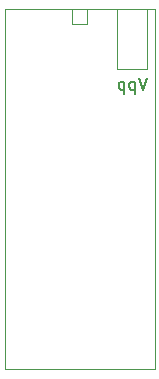
<source format=gbo>
G04 #@! TF.GenerationSoftware,KiCad,Pcbnew,(5.1.8)-1*
G04 #@! TF.CreationDate,2022-11-25T20:18:31+09:00*
G04 #@! TF.ProjectId,MZ80CGROM,4d5a3830-4347-4524-9f4d-2e6b69636164,rev?*
G04 #@! TF.SameCoordinates,PX48ab840PY9157080*
G04 #@! TF.FileFunction,Legend,Bot*
G04 #@! TF.FilePolarity,Positive*
%FSLAX46Y46*%
G04 Gerber Fmt 4.6, Leading zero omitted, Abs format (unit mm)*
G04 Created by KiCad (PCBNEW (5.1.8)-1) date 2022-11-25 20:18:31*
%MOMM*%
%LPD*%
G01*
G04 APERTURE LIST*
%ADD10C,0.120000*%
%ADD11C,0.150000*%
G04 APERTURE END LIST*
D10*
X9525000Y32385000D02*
X9525000Y33655000D01*
X8255000Y32385000D02*
X9525000Y32385000D01*
X8255000Y33655000D02*
X8255000Y32385000D01*
D11*
X14573095Y27852620D02*
X14239761Y26852620D01*
X13906428Y27852620D01*
X13573095Y27519286D02*
X13573095Y26519286D01*
X13573095Y27471667D02*
X13477857Y27519286D01*
X13287380Y27519286D01*
X13192142Y27471667D01*
X13144523Y27424048D01*
X13096904Y27328810D01*
X13096904Y27043096D01*
X13144523Y26947858D01*
X13192142Y26900239D01*
X13287380Y26852620D01*
X13477857Y26852620D01*
X13573095Y26900239D01*
X12668333Y27519286D02*
X12668333Y26519286D01*
X12668333Y27471667D02*
X12573095Y27519286D01*
X12382619Y27519286D01*
X12287380Y27471667D01*
X12239761Y27424048D01*
X12192142Y27328810D01*
X12192142Y27043096D01*
X12239761Y26947858D01*
X12287380Y26900239D01*
X12382619Y26852620D01*
X12573095Y26852620D01*
X12668333Y26900239D01*
D10*
X14605000Y33655000D02*
X12065000Y33655000D01*
X14605000Y28575000D02*
X14605000Y33655000D01*
X12065000Y28575000D02*
X14605000Y28575000D01*
X12065000Y33655000D02*
X12065000Y28575000D01*
X15240000Y33655000D02*
X2540000Y33655000D01*
X15240000Y3175000D02*
X15240000Y33655000D01*
X2540000Y3175000D02*
X15240000Y3175000D01*
X2540000Y33655000D02*
X2540000Y3175000D01*
M02*

</source>
